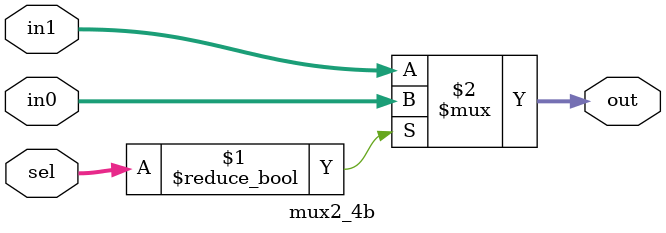
<source format=sv>
`timescale 1ns / 1ps



module mux2_4b(
    input [3:0] in0,
    input [3:0] in1,
    input [1:0] sel,
    output [3:0] out
    );
    
    assign out = sel ? in0 : in1;
    
endmodule

</source>
